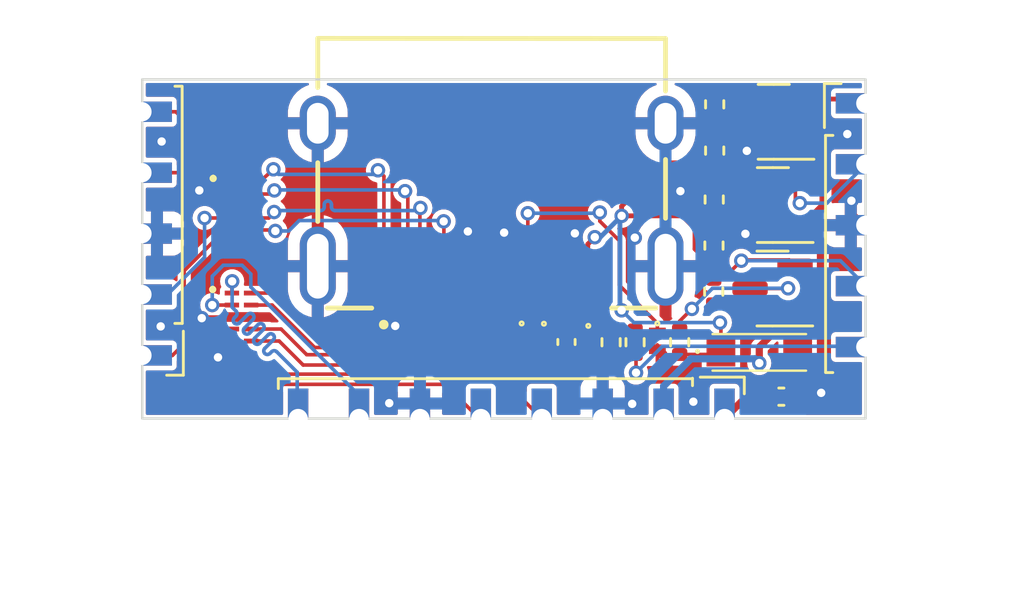
<source format=kicad_pcb>
(kicad_pcb (version 20230606) (generator pcbnew)
  (layers (0 "F.Cu" signal) (31 "B.Cu" signal) (34 "B.Paste" user) (35 "F.Paste" user) (36 "B.SilkS" user "B.Silkscreen") (37 "F.SilkS" user "F.Silkscreen") (38 "B.Mask" user) (39 "F.Mask" user) (44 "Edge.Cuts" user))
  (net 0 "")
  (net 1 "VDD_5V")
  (net 2 "GND")
  (net 3 "/HDMI 2.0 /HDMI_TX_CEC_PORT")
  (net 4 "/HDMI 2.0 /HDMI_TXDDC_SCL_PORT")
  (net 5 "/HDMI 2.0 /HDMI_TXDDC_SDA_PORT")
  (net 6 "/HDMI 2.0 /HDMI_TX_HPD_PORT")
  (net 7 "+3V3")
  (net 8 "/HDMI 2.0 /HDMI_TX2P_PORT")
  (net 9 "/HDMI 2.0 /HDMI_TX2N_PORT")
  (net 10 "/HDMI 2.0 /HDMI_TX1P_PORT")
  (net 11 "/HDMI 2.0 /HDMI_TX1N_PORT")
  (net 12 "/HDMI 2.0 /HDMI_TX0P_PORT")
  (net 13 "/HDMI 2.0 /HDMI_TX0N_PORT")
  (net 14 "Net-(J2-D0+)")
  (net 15 "Net-(J2-D0-)")
  (net 16 "Net-(J2-CK+)")
  (net 17 "Net-(J2-CK-)")
  (net 19 "VCC5V__HDMI_TX")
  (net 20 "/HDMI 2.0 /HDMI_TXCLKP_PORT")
  (net 21 "/HDMI 2.0 /HDMI_TXCLKN_PORT")
  (net 22 "/HDMI 2.0 /HDMITX_SCL")
  (net 23 "/HDMI 2.0 /HDMITX_SDA")
  (net 24 "/HDMI 2.0 /HDMITX_CEC_M0")
  (net 25 "/HDMI 2.0 /HDMI_TX_HPDIN")
  (net 26 "/HDMI 2.0 /HDMITXDDC_SDA_PORT")
  (net 27 "/HDMI 2.0 /HDMITXDDC_SCL_PORT")
  (net 28 "Net-(J2-D2+)")
  (net 29 "Net-(J2-D2-)")
  (net 30 "Net-(J2-D1+)")
  (net 31 "Net-(J2-D1-)")
  (footprint "HDMI 2.0 TX:B5819W" (layer "F.Cu") (at 129.52 57.26)
    (property "Reference" "D1" (at 1.44 0.04 0 unlocked) (layer "B.SilkS") (effects (font (size 0.5 0.5) (thickness 0.1) bold) (justify mirror)))
    (property "Value" "B5819W" hide)
    (pad "1" smd rect (at 0 0 270) (size 1.2 1.2) (property pad_prop_castellated) (layers "F.Cu" "F.Paste" "F.Mask") (net 19 "VCC5V__HDMI_TX"))
    (pad "2" smd rect (at 3.2 0 270) (size 1.2 1.2) (property pad_prop_castellated) (layers "F.Cu" "F.Paste" "F.Mask") (net 1 "VDD_5V"))
  )
  (footprint "Resistor_SMD:R_0402_1005Metric" (layer "F.Cu") (at 129.26 48.86 90)
    (property "Reference" "R6" (at 0.03 -0.01 90) (layer "B.SilkS") (effects (font (size 0.5 0.5) (thickness 0.1) bold) (justify mirror)))
    (property "Value" "1.8K" hide)
    (pad "1" smd roundrect (at -0.51 0 90) (size 0.54 0.64) (layers "F.Cu" "F.Paste" "F.Mask") (net 19 "VCC5V__HDMI_TX"))
    (pad "2" smd roundrect (at 0.51 0 90) (size 0.54 0.64) (layers "F.Cu" "F.Paste" "F.Mask") (net 27 "/HDMI 2.0 /HDMITXDDC_SCL_PORT"))
  )
  (footprint "Resistor_SMD:R_0402_1005Metric" (layer "F.Cu") (at 129.24 50.9 90)
    (property "Reference" "R1" (at -0.05 -0.01 90) (layer "B.SilkS") (effects (font (size 0.5 0.5) (thickness 0.1) bold) (justify mirror)))
    (property "Value" "10K" hide)
    (pad "1" smd roundrect (at -0.51 0 90) (size 0.54 0.64) (layers "F.Cu" "F.Paste" "F.Mask") (net 7 "+3V3"))
    (pad "2" smd roundrect (at 0.51 0 90) (size 0.54 0.64) (layers "F.Cu" "F.Paste" "F.Mask") (net 23 "/HDMI 2.0 /HDMITX_SDA"))
  )
  (footprint "Package_TO_SOT_SMD:SOT-23" (layer "F.Cu") (at 131.7225 47.66 180)
    (property "Reference" "Q2" (at 0.1525 -0.02 180) (layer "B.SilkS") (effects (font (size 0.5 0.5) (thickness 0.1) bold) (justify mirror)))
    (property "Value" "BSS138" hide)
    (pad "1" smd roundrect (at -0.9375 -0.95 180) (size 1.475 0.6) (layers "F.Cu" "F.Paste" "F.Mask") (net 7 "+3V3"))
    (pad "2" smd roundrect (at -0.9375 0.95 180) (size 1.475 0.6) (layers "F.Cu" "F.Paste" "F.Mask") (net 22 "/HDMI 2.0 /HDMITX_SCL"))
    (pad "3" smd roundrect (at 0.9375 0 180) (size 1.475 0.6) (layers "F.Cu" "F.Paste" "F.Mask") (net 27 "/HDMI 2.0 /HDMITXDDC_SCL_PORT"))
  )
  (footprint "Resistor_SMD:R_0402_1005Metric" (layer "F.Cu") (at 124.94 56.85 90)
    (property "Reference" "R8" (at -0.04 0.02 90) (layer "B.SilkS") (effects (font (size 0.5 0.5) (thickness 0.1) bold) (justify mirror)))
    (property "Value" "100K" hide)
    (pad "1" smd roundrect (at -0.51 0 90) (size 0.54 0.64) (layers "F.Cu" "F.Paste" "F.Mask") (net 2 "GND"))
    (pad "2" smd roundrect (at 0.51 0 90) (size 0.54 0.64) (layers "F.Cu" "F.Paste" "F.Mask") (net 6 "/HDMI 2.0 /HDMI_TX_HPD_PORT"))
  )
  (footprint "HDMI 2.0 TX:Castelled 5" (layer "F.Cu") (at 135.56 59.59 -90)
    (property "Reference" "J4" (at -0.88 0.53 0 unlocked) (layer "F.SilkS") (effects (font (size 0.5 0.5) (thickness 0.1) bold)))
    (property "Value" "Conn_01x05_Socket" hide)
    (pad "1" thru_hole rect (at -12.7 0 180) (size 1.25 0.85) (drill 0.8 (offset 0.625 0)) (property pad_prop_castellated) (layers "*.Cu" "*.Mask") (net 22 "/HDMI 2.0 /HDMITX_SCL"))
    (pad "2" thru_hole rect (at -10.16 0 180) (size 1.25 0.85) (drill 0.8 (offset 0.625 0)) (property pad_prop_castellated) (layers "*.Cu" "*.Mask") (net 23 "/HDMI 2.0 /HDMITX_SDA"))
    (pad "3" thru_hole rect (at -7.62 0 180) (size 1.25 0.85) (drill 0.8 (offset 0.625 0)) (property pad_prop_castellated) (layers "*.Cu" "*.Mask") (net 2 "GND"))
    (pad "4" thru_hole rect (at -5.08 0 180) (size 1.25 0.85) (drill 0.8 (offset 0.625 0)) (property pad_prop_castellated) (layers "*.Cu" "*.Mask") (net 24 "/HDMI 2.0 /HDMITX_CEC_M0"))
    (pad "5" thru_hole rect (at -2.54 0 180) (size 1.25 0.85) (drill 0.8 (offset 0.625 0)) (property pad_prop_castellated) (layers "*.Cu" "*.Mask") (net 25 "/HDMI 2.0 /HDMI_TX_HPDIN"))
  )
  (footprint "Resistor_SMD:R_0402_1005Metric" (layer "F.Cu") (at 129.22 54.74 90)
    (property "Reference" "R3" (at 0.06 0.01 -90) (layer "B.SilkS") (effects (font (size 0.5 0.5) (thickness 0.1) bold) (justify mirror)))
    (property "Value" "27K" hide)
    (pad "1" smd roundrect (at -0.51 0 90) (size 0.54 0.64) (layers "F.Cu" "F.Paste" "F.Mask") (net 7 "+3V3"))
    (pad "2" smd roundrect (at 0.51 0 90) (size 0.54 0.64) (layers "F.Cu" "F.Paste" "F.Mask") (net 24 "/HDMI 2.0 /HDMITX_CEC_M0"))
  )
  (footprint "HDMI 2.0 TX:HDMI 19PIN" (layer "F.Cu") (at 127.21 53.68 180)
    (property "Reference" "J2" (at 16.57 7.08 0 unlocked) (layer "F.SilkS") (effects (font (size 0.5 0.5) (thickness 0.1) bold)))
    (property "Value" "SHOU HAN HDMI 19 PIN 043" hide)
    (pad "1" smd rect (at 11.75 -0.76 180) (size 0.3 2.6) (layers "F.Cu" "F.Paste" "F.Mask") (net 28 "Net-(J2-D2+)"))
    (pad "2" smd rect (at 11.25 -0.76 180) (size 0.3 2.6) (layers "F.Cu" "F.Paste" "F.Mask") (net 2 "GND"))
    (pad "3" smd rect (at 10.75 -0.76 180) (size 0.3 2.6) (layers "F.Cu" "F.Paste" "F.Mask") (net 29 "Net-(J2-D2-)"))
    (pad "4" smd rect (at 10.25 -0.76 180) (size 0.3 2.6) (layers "F.Cu" "F.Paste" "F.Mask") (net 30 "Net-(J2-D1+)"))
    (pad "5" smd rect (at 9.75 -0.76 180) (size 0.3 2.6) (layers "F.Cu" "F.Paste" "F.Mask") (net 2 "GND"))
    (pad "6" smd rect (at 9.25 -0.76 180) (size 0.3 2.6) (layers "F.Cu" "F.Paste" "F.Mask") (net 31 "Net-(J2-D1-)"))
    (pad "7" smd rect (at 8.75 -0.76 180) (size 0.3 2.6) (layers "F.Cu" "F.Paste" "F.Mask") (net 14 "Net-(J2-D0+)"))
    (pad "8" smd rect (at 8.25 -0.76 180) (size 0.3 2.6) (layers "F.Cu" "F.Paste" "F.Mask") (net 2 "GND"))
    (pad "9" smd rect (at 7.75 -0.76 180) (size 0.3 2.6) (layers "F.Cu" "F.Paste" "F.Mask") (net 15 "Net-(J2-D0-)"))
    (pad "10" smd rect (at 7.25 -0.76 180) (size 0.3 2.6) (layers "F.Cu" "F.Paste" "F.Mask") (net 16 "Net-(J2-CK+)"))
    (pad "11" smd rect (at 6.75 -0.76 180) (size 0.3 2.6) (layers "F.Cu" "F.Paste" "F.Mask") (net 2 "GND"))
    (pad "12" smd rect (at 6.25 -0.76 180) (size 0.3 2.6) (layers "F.Cu" "F.Paste" "F.Mask") (net 17 "Net-(J2-CK-)"))
    (pad "13" smd rect (at 5.75 -0.76 180) (size 0.3 2.6) (layers "F.Cu" "F.Paste" "F.Mask") (net 3 "/HDMI 2.0 /HDMI_TX_CEC_PORT"))
    (pad "14" smd rect (at 5.25 -0.76 180) (size 0.3 2.6) (layers "F.Cu" "F.Paste" "F.Mask"))
    (pad "15" smd rect (at 4.75 -0.76 180) (size 0.3 2.6) (layers "F.Cu" "F.Paste" "F.Mask") (net 4 "/HDMI 2.0 /HDMI_TXDDC_SCL_PORT"))
    (pad "16" smd rect (at 4.25 -0.76 180) (size 0.3 2.6) (layers "F.Cu" "F.Paste" "F.Mask") (net 5 "/HDMI 2.0 /HDMI_TXDDC_SDA_PORT"))
    (pad "17" smd rect (at 3.75 -0.76 180) (size 0.3 2.6) (layers "F.Cu" "F.Paste" "F.Mask") (net 2 "GND"))
    (pad "18" smd rect (at 3.25 -0.76 180) (size 0.3 2.6) (layers "F.Cu" "F.Paste" "F.Mask") (net 19 "VCC5V__HDMI_TX"))
    (pad "19" smd rect (at 2.75 -0.76 180) (size 0.3 2.6) (layers "F.Cu" "F.Paste" "F.Mask") (net 6 "/HDMI 2.0 /HDMI_TX_HPD_PORT"))
    (pad "SH" thru_hole oval (at 0 0) (size 1.5 3.3) (drill oval 0.9 2.7) (layers "*.Cu" "*.Mask") (net 2 "GND"))
    (pad "SH" thru_hole oval (at 0 5.96) (size 1.5 2.3) (drill oval 0.9 1.7) (layers "*.Cu" "*.Mask") (net 2 "GND"))
    (pad "SH" thru_hole oval (at 14.5 0) (size 1.5 3.3) (drill oval 0.9 2.7) (layers "*.Cu" "*.Mask") (net 2 "GND"))
    (pad "SH" thru_hole oval (at 14.5 5.96) (size 1.5 2.3) (drill oval 0.9 1.7) (layers "*.Cu" "*.Mask") (net 2 "GND"))
  )
  (footprint "HDMI 2.0 TX:ESD5344D" (layer "F.Cu") (at 105.075 51.17 -90)
    (property "Reference" "U1" (at -2.63 -4.405 0 unlocked) (layer "F.SilkS") (effects (font (size 0.5 0.5) (thickness 0.1) bold)))
    (property "Value" "ESD5344D" hide)
    (pad "1" smd rect (at -1 -4.075 270) (size 0.2 0.6) (layers "F.Cu" "F.Paste" "F.Mask") (net 8 "/HDMI 2.0 /HDMI_TX2P_PORT"))
    (pad "2" smd rect (at -0.5 -4.075 270) (size 0.2 0.6) (layers "F.Cu" "F.Paste" "F.Mask") (net 9 "/HDMI 2.0 /HDMI_TX2N_PORT"))
    (pad "3" smd rect (at 0 -4.475 270) (size 0.4 1.4) (layers "F.Cu" "F.Paste" "F.Mask") (net 2 "GND"))
    (pad "4" smd rect (at 0.5 -4.075 270) (size 0.2 0.6) (layers "F.Cu" "F.Paste" "F.Mask") (net 10 "/HDMI 2.0 /HDMI_TX1P_PORT"))
    (pad "5" smd rect (at 1 -4.075 270) (size 0.2 0.6) (layers "F.Cu" "F.Paste" "F.Mask") (net 11 "/HDMI 2.0 /HDMI_TX1N_PORT"))
    (pad "6" smd rect (at 1 -4.875 270) (size 0.2 0.6) (layers "F.Cu" "F.Paste" "F.Mask") (net 31 "Net-(J2-D1-)"))
    (pad "7" smd rect (at 0.5 -4.875 270) (size 0.2 0.6) (layers "F.Cu" "F.Paste" "F.Mask") (net 30 "Net-(J2-D1+)"))
    (pad "9" smd rect (at -0.5 -4.875 270) (size 0.2 0.6) (layers "F.Cu" "F.Paste" "F.Mask") (net 29 "Net-(J2-D2-)"))
    (pad "10" smd rect (at -1 -4.875 270) (size 0.2 0.6) (layers "F.Cu" "F.Paste" "F.Mask") (net 28 "Net-(J2-D2+)"))
  )
  (footprint "HDMI 2.0 TX:Castelled 5" (layer "F.Cu") (at 105.38 44.7 90)
    (property "Reference" "J3" (at -1.68 2.3 0 unlocked) (layer "F.SilkS") (effects (font (size 0.5 0.5) (thickness 0.1) bold)))
    (property "Value" "Conn_01x05_Socket" hide)
    (pad "1" thru_hole rect (at -12.7 0) (size 1.25 0.85) (drill 0.8 (offset 0.625 0)) (property pad_prop_castellated) (layers "*.Cu" "*.Mask") (net 11 "/HDMI 2.0 /HDMI_TX1N_PORT"))
    (pad "2" thru_hole rect (at -10.16 0) (size 1.25 0.85) (drill 0.8 (offset 0.625 0)) (property pad_prop_castellated) (layers "*.Cu" "*.Mask") (net 10 "/HDMI 2.0 /HDMI_TX1P_PORT"))
    (pad "3" thru_hole rect (at -7.62 0) (size 1.25 0.85) (drill 0.8 (offset 0.625 0)) (property pad_prop_castellated) (layers "*.Cu" "*.Mask") (net 2 "GND"))
    (pad "4" thru_hole rect (at -5.08 0) (size 1.25 0.85) (drill 0.8 (offset 0.625 0)) (property pad_prop_castellated) (layers "*.Cu" "*.Mask") (net 9 "/HDMI 2.0 /HDMI_TX2N_PORT"))
    (pad "5" thru_hole rect (at -2.54 0) (size 1.25 0.85) (drill 0.8 (offset 0.625 0)) (property pad_prop_castellated) (layers "*.Cu" "*.Mask") (net 8 "/HDMI 2.0 /HDMI_TX2P_PORT"))
  )
  (footprint "HDMI 2.0 TX:ESD5344D" (layer "F.Cu") (at 105.055 55.8 -90)
    (property "Reference" "U2" (at -2.18 -4.395 0 unlocked) (layer "F.SilkS") (effects (font (size 0.5 0.5) (thickness 0.1) bold)))
    (property "Value" "ESD5344D" hide)
    (pad "1" smd rect (at -1 -4.075 270) (size 0.2 0.6) (layers "F.Cu" "F.Paste" "F.Mask") (net 12 "/HDMI 2.0 /HDMI_TX0P_PORT"))
    (pad "2" smd rect (at -0.5 -4.075 270) (size 0.2 0.6) (layers "F.Cu" "F.Paste" "F.Mask") (net 13 "/HDMI 2.0 /HDMI_TX0N_PORT"))
    (pad "3" smd rect (at 0 -4.475 270) (size 0.4 1.4) (layers "F.Cu" "F.Paste" "F.Mask") (net 2 "GND"))
    (pad "4" smd rect (at 0.5 -4.075 270) (size 0.2 0.6) (layers "F.Cu" "F.Paste" "F.Mask") (net 20 "/HDMI 2.0 /HDMI_TXCLKP_PORT"))
    (pad "5" smd rect (at 1 -4.075 270) (size 0.2 0.6) (layers "F.Cu" "F.Paste" "F.Mask") (net 21 "/HDMI 2.0 /HDMI_TXCLKN_PORT"))
    (pad "6" smd rect (at 1 -4.875 270) (size 0.2 0.6) (layers "F.Cu" "F.Paste" "F.Mask") (net 17 "Net-(J2-CK-)"))
    (pad "7" smd rect (at 0.5 -4.875 270) (size 0.2 0.6) (layers "F.Cu" "F.Paste" "F.Mask") (net 16 "Net-(J2-CK+)"))
    (pad "9" smd rect (at -0.5 -4.875 270) (size 0.2 0.6) (layers "F.Cu" "F.Paste" "F.Mask") (net 15 "Net-(J2-D0-)"))
    (pad "10" smd rect (at -1 -4.875 270) (size 0.2 0.6) (layers "F.Cu" "F.Paste" "F.Mask") (net 14 "Net-(J2-D0+)"))
  )
  (footprint "HDMI 2.0 TX:ESD5451N" (layer "F.Cu") (at 122.14 56.4525 -90)
    (property "Reference" "ED3" (at 0.3275 -0.04 90 unlocked) (layer "B.SilkS") (effects (font (size 0.5 0.5) (thickness 0.1) bold) (justify mirror)))
    (property "Value" "ED5451N" hide)
    (pad "1" smd rect (at 0 0 180) (size 0.7 0.4) (layers "F.Cu" "F.Paste" "F.Mask") (net 5 "/HDMI 2.0 /HDMI_TXDDC_SDA_PORT"))
    (pad "2" smd rect (at 0.7 0) (size 0.7 0.4) (layers "F.Cu" "F.Paste" "F.Mask") (net 2 "GND"))
  )
  (footprint "HDMI 2.0 TX:ESD5451N" (layer "F.Cu") (at 121.21 56.4425 -90)
    (property "Reference" "ED2" (at 0.3475 0.01 90 unlocked) (layer "B.SilkS") (effects (font (size 0.5 0.5) (thickness 0.1) bold) (justify mirror)))
    (property "Value" "ED5451N" hide)
    (pad "1" smd rect (at 0 0 180) (size 0.7 0.4) (layers "F.Cu" "F.Paste" "F.Mask") (net 4 "/HDMI 2.0 /HDMI_TXDDC_SCL_PORT"))
    (pad "2" smd rect (at 0.7 0) (size 0.7 0.4) (layers "F.Cu" "F.Paste" "F.Mask") (net 2 "GND"))
  )
  (footprint "Package_TO_SOT_SMD:SOT-23" (layer "F.Cu") (at 131.6725 54.61 180)
    (property "Reference" "Q3" (at -0.0075 0.02 180) (layer "B.SilkS") (effects (font (size 0.5 0.5) (thickness 0.1) bold) (justify mirror)))
    (property "Value" "BSS138" hide)
    (pad "1" smd roundrect (at -0.9375 -0.95 180) (size 1.475 0.6) (layers "F.Cu" "F.Paste" "F.Mask") (net 7 "+3V3"))
    (pad "2" smd roundrect (at -0.9375 0.95 180) (size 1.475 0.6) (layers "F.Cu" "F.Paste" "F.Mask") (net 24 "/HDMI 2.0 /HDMITX_CEC_M0"))
    (pad "3" smd roundrect (at 0.9375 0 180) (size 1.475 0.6) (layers "F.Cu" "F.Paste" "F.Mask") (net 3 "/HDMI 2.0 /HDMI_TX_CEC_PORT"))
  )
  (footprint "Resistor_SMD:R_0402_1005Metric" (layer "F.Cu") (at 129.26 46.93 90)
    (property "Reference" "R2" (at 0.08 0.09 90) (layer "B.SilkS") (effects (font (size 0.5 0.5) (thickness 0.1) bold) (justify mirror)))
    (property "Value" "10K" hide)
    (pad "1" smd roundrect (at -0.51 0 90) (size 0.54 0.64) (layers "F.Cu" "F.Paste" "F.Mask") (net 7 "+3V3"))
    (pad "2" smd roundrect (at 0.51 0 90) (size 0.54 0.64) (layers "F.Cu" "F.Paste" "F.Mask") (net 22 "/HDMI 2.0 /HDMITX_SCL"))
  )
  (footprint "HDMI 2.0 TX:castelled 8" (layer "F.Cu") (at 111.89 60.03 180)
    (property "Reference" "J1" (at -0.19 2.21 0 unlocked) (layer "F.SilkS") (effects (font (size 0.5 0.5) (thickness 0.1))))
    (property "Value" "Conn_01x08_Socket" hide)
    (pad "1" thru_hole rect (at -17.78 0 90) (size 1.25 0.85) (drill 0.8 (offset 0.625 0)) (property pad_prop_castellated) (layers "*.Cu" "*.Mask") (net 1 "VDD_5V"))
    (pad "2" thru_hole rect (at -15.24 0 90) (size 1.25 0.85) (drill 0.8 (offset 0.625 0)) (property pad_prop_castellated) (layers "*.Cu" "*.Mask") (net 7 "+3V3"))
    (pad "3" thru_hole rect (at -12.7 0 90) (size 1.25 0.85) (drill 0.8 (offset 0.625 0)) (property pad_prop_castellated) (layers "*.Cu" "*.Mask") (net 2 "GND"))
    (pad "4" thru_hole rect (at -10.16 0 90) (size 1.25 0.85) (drill 0.8 (offset 0.625 0)) (property pad_prop_castellated) (layers "*.Cu" "*.Mask") (net 21 "/HDMI 2.0 /HDMI_TXCLKN_PORT"))
    (pad "5" thru_hole rect (at -7.62 0 90) (size 1.25 0.85) (drill 0.8 (offset 0.625 0)) (property pad_prop_castellated) (layers "*.Cu" "*.Mask") (net 20 "/HDMI 2.0 /HDMI_TXCLKP_PORT"))
    (pad "6" thru_hole rect (at -5.08 0 90) (size 1.25 0.85) (drill 0.8 (offset 0.625 0)) (property pad_prop_castellated) (layers "*.Cu" "*.Mask") (net 2 "GND"))
    (pad "7" thru_hole rect (at -2.54 0 90) (size 1.25 0.85) (drill 0.8 (offset 0.625 0)) (property pad_prop_castellated) (layers "*.Cu" "*.Mask") (net 13 "/HDMI 2.0 /HDMI_TX0N_PORT"))
    (pad "8" thru_hole rect (at 0 0 90) (size 1.25 0.85) (drill 0.8 (offset 0.625 0)) (property pad_prop_castellated) (layers "*.Cu" "*.Mask") (net 12 "/HDMI 2.0 /HDMI_TX0P_PORT"))
  )
  (footprint "Capacitor_SMD:C_0402_1005Metric" (layer "F.Cu") (at 132.04 59.12)
    (property "Reference" "C1" (at 1.51 -0.05 0) (layer "F.SilkS") (effects (font (size 0.5 0.5) (thickness 0.1) bold)))
    (property "Value" "22uF" hide)
    (pad "1" smd roundrect (at -0.48 0) (size 0.56 0.62) (layers "F.Cu" "F.Paste" "F.Mask") (net 1 "VDD_5V"))
    (pad "2" smd roundrect (at 0.48 0) (size 0.56 0.62) (layers "F.Cu" "F.Paste" "F.Mask") (net 2 "GND"))
  )
  (footprint "HDMI 2.0 TX:ESD5451N" (layer "F.Cu") (at 126.87 56.4425 -90)
    (property "Reference" "ED1" (at 0.5375 -0.03 90 unlocked) (layer "B.SilkS") (effects (font (size 0.5 0.5) (thickness 0.1) bold) (justify mirror)))
    (property "Value" "ED5451N" hide)
    (pad "1" smd rect (at 0 0 180) (size 0.7 0.4) (layers "F.Cu" "F.Paste" "F.Mask") (net 3 "/HDMI 2.0 /HDMI_TX_CEC_PORT"))
    (pad "2" smd rect (at 0.7 0) (size 0.7 0.4) (layers "F.Cu" "F.Paste" "F.Mask") (net 2 "GND"))
  )
  (footprint "Capacitor_SMD:C_0402_1005Metric" (layer "F.Cu") (at 123.08 56.84 -90)
    (property "Reference" "C2" (at 0 -0.01 90) (layer "B.SilkS") (effects (font (size 0.5 0.5) (thickness 0.1) bold) (justify mirror)))
    (property "Value" "0.1uF" hide)
    (pad "1" smd roundrect (at -0.48 0 270) (size 0.56 0.62) (layers "F.Cu" "F.Paste" "F.Mask") (net 19 "VCC5V__HDMI_TX"))
    (pad "2" smd roundrect (at 0.48 0 270) (size 0.56 0.62) (layers "F.Cu" "F.Paste" "F.Mask") (net 2 "GND"))
  )
  (footprint "Resistor_SMD:R_0402_1005Metric" (layer "F.Cu") (at 125.94 56.85 90)
    (property "Reference" "R4" (at -0.11 0.04 -90) (layer "B.SilkS") (effects (font (size 0.5 0.5) (thickness 0.1) bold) (justify mirror)))
    (property "Value" "1K %5" hide)
    (pad "1" smd roundrect (at -0.51 0 90) (size 0.54 0.64) (layers "F.Cu" "F.Paste" "F.Mask") (net 25 "/HDMI 2.0 /HDMI_TX_HPDIN"))
    (pad "2" smd roundrect (at 0.51 0 90) (size 0.54 0.64) (layers "F.Cu" "F.Paste" "F.Mask") (net 6 "/HDMI 2.0 /HDMI_TX_HPD_PORT"))
  )
  (footprint "Resistor_SMD:R_0402_1005Metric" (layer "F.Cu") (at 129.23 52.82 90)
    (property "Reference" "R5" (at 0.06 0.02 -90) (layer "B.SilkS") (effects (font (size 0.5 0.5) (thickness 0.1) bold) (justify mirror)))
    (property "Value" "1.8K" hide)
    (pad "1" smd roundrect (at -0.51 0 90) (size 0.54 0.64) (layers "F.Cu" "F.Paste" "F.Mask") (net 19 "VCC5V__HDMI_TX"))
    (pad "2" smd roundrect (at 0.51 0 90) (size 0.54 0.64) (layers "F.Cu" "F.Paste" "F.Mask") (net 26 "/HDMI 2.0 /HDMITXDDC_SDA_PORT"))
  )
  (footprint "Resistor_SMD:R_0402_1005Metric" (layer "F.Cu") (at 127.8 56.85 90)
    (property "Reference" "R7" (at -0.19 0.02 -90) (layer "B.SilkS") (effects (font (size 0.5 0.5) (thickness 0.1) bold) (justify mirror)))
    (property "Value" "1.8K" hide)
    (pad "1" smd roundrect (at -0.51 0 90) (size 0.54 0.64) (layers "F.Cu" "F.Paste" "F.Mask") (net 19 "VCC5V__HDMI_TX"))
    (pad "2" smd roundrect (at 0.51 0 90) (size 0.54 0.64) (layers "F.Cu" "F.Paste" "F.Mask") (net 3 "/HDMI 2.0 /HDMI_TX_CEC_PORT"))
  )
  (footprint "Package_TO_SOT_SMD:SOT-23" (layer "F.Cu") (at 131.6875 51.13 180)
    (property "Reference" "Q1" (at 0.0975 -0.06 180) (layer "B.SilkS") (effects (font (size 0.5 0.5) (thickness 0.1) bold) (justify mirror)))
    (property "Value" "BSS138" hide)
    (pad "1" smd roundrect (at -0.9375 -0.95 180) (size 1.475 0.6) (layers "F.Cu" "F.Paste" "F.Mask") (net 7 "+3V3"))
    (pad "2" smd roundrect (at -0.9375 0.95 180) (size 1.475 0.6) (layers "F.Cu" "F.Paste" "F.Mask") (net 23 "/HDMI 2.0 /HDMITX_SDA"))
    (pad "3" smd roundrect (at 0.9375 0 180) (size 1.475 0.6) (layers "F.Cu" "F.Paste" "F.Mask") (net 26 "/HDMI 2.0 /HDMITXDDC_SDA_PORT"))
  )
  (footprint "HDMI 2.0 TX:ESD5451N" (layer "F.Cu") (at 123.99 56.5425 -90)
    (property "Reference" "ED4" (at 0.3675 -0.04 90 unlocked) (layer "B.SilkS") (effects (font (size 0.5 0.5) (thickness 0.1) bold) (justify mirror)))
    (property "Value" "ED5451N" hide)
    (pad "1" smd rect (at 0 0 180) (size 0.7 0.4) (layers "F.Cu" "F.Paste" "F.Mask") (net 6 "/HDMI 2.0 /HDMI_TX_HPD_PORT"))
    (pad "2" smd rect (at 0.7 0) (size 0.7 0.4) (layers "F.Cu" "F.Paste" "F.Mask") (net 2 "GND"))
  )
  (gr_rect (start 105.39 45.89) (end 135.55 60.03) (stroke (width 0.1)) (fill none) (layer "Edge.Cuts"))
  (segment (start 131.51 59.17) (end 131.56 59.12) (width 0.3) (layer "F.Cu") (net 1))
  (segment (start 131.56 58.86) (end 132.62 57.8) (width 0.3) (layer "F.Cu") (net 1))
  (segment (start 130.53 59.17) (end 131.51 59.17) (width 0.3) (layer "F.Cu") (net 1))
  (segment (start 131.56 59.12) (end 131.56 58.86) (width 0.3) (layer "F.Cu") (net 1))
  (segment (start 129.64 60.06) (end 130.53 59.17) (width 0.3) (layer "F.Cu") (net 1))
  (segment (start 134.96 50.95) (end 134.96 51.37) (width 0.15) (layer "F.Cu") (net 2))
  (segment (start 120.48 52.36) (end 120.48 52.28) (width 0.15) (layer "F.Cu") (net 2))
  (segment (start 115.94 56.17) (end 117.28 56.17) (width 0.15) (layer "F.Cu") (net 2))
  (segment (start 124.8225 57.2425) (end 124.94 57.36) (width 0.15) (layer "F.Cu") (net 2))
  (segment (start 123.9125 57.32) (end 123.99 57.2425) (width 0.15) (layer "F.Cu") (net 2))
  (segment (start 120.46875 54.435) (end 120.46875 52.34875) (width 0.15) (layer "F.Cu") (net 2))
  (segment (start 118.96875 52.22875) (end 118.96875 54.435) (width 0.15) (layer "F.Cu") (net 2))
  (segment (start 123.46 52.34) (end 123.46 52.44) (width 0.15) (layer "F.Cu") (net 2))
  (segment (start 115.94 54.46375) (end 115.96875 54.435) (width 0.15) (layer "F.Cu") (net 2))
  (segment (start 107.918907 55.8) (end 109.53 55.8) (width 0.15) (layer "F.Cu") (net 2))
  (segment (start 109.55 51.17) (end 108.42 51.17) (width 0.15) (layer "F.Cu") (net 2))
  (segment (start 117.28 56.17) (end 117.46875 55.98125) (width 0.15) (layer "F.Cu") (net 2))
  (segment (start 123.08 57.32) (end 123.9125 57.32) (width 0.15) (layer "F.Cu") (net 2))
  (segment (start 115.94 56.13) (end 115.94 54.46375) (width 0.15) (layer "F.Cu") (net 2))
  (segment (start 108.42 51.17) (end 107.77 50.52) (width 0.15) (layer "F.Cu") (net 2))
  (segment (start 115.94 56.17) (end 115.94 56.13) (width 0.15) (layer "F.Cu") (net 2))
  (segment (start 123.46875 52.34875) (end 123.46875 54.435) (width 0.15) (layer "F.Cu") (net 2))
  (segment (start 123.43 52.31) (end 123.46 52.34) (width 0.15) (layer "F.Cu") (net 2))
  (segment (start 120.4 52.28) (end 120.46 52.34) (width 0.15) (layer "F.Cu") (net 2))
  (segment (start 115.94 56.13) (end 115.96 56.11) (width 0.15) (layer "F.Cu") (net 2))
  (segment (start 118.96875 52.22875) (end 118.95 52.21) (width 0.15) (layer "F.Cu") (net 2))
  (segment (start 125.82 59.15) (end 126.87 58.1) (width 0.15) (layer "F.Cu") (net 2))
  (segment (start 120.46875 52.34875) (end 120.48 52.36) (width 0.15) (layer "F.Cu") (net 2))
  (segment (start 123.99 57.2425) (end 124.8225 57.2425) (width 0.15) (layer "F.Cu") (net 2))
  (segment (start 117.46875 55.98125) (end 117.46875 54.435) (width 0.15) (layer "F.Cu") (net 2))
  (segment (start 107.872837 55.84607) (end 107.918907 55.8) (width 0.15) (layer "F.Cu") (net 2))
  (segment (start 126.87 58.1) (end 126.87 57.1425) (width 0.15) (layer "F.Cu") (net 2))
  (segment (start 123.43 52.31) (end 123.46875 52.34875) (width 0.15) (layer "F.Cu") (net 2))
  (segment (start 134.96 51.37) (end 135.56 51.97) (width 0.15) (layer "F.Cu") (net 2))
  (segment (start 120.48 52.28) (end 120.4 52.28) (width 0.15) (layer "F.Cu") (net 2))
  (segment (start 125.82 59.42) (end 125.82 59.15) (width 0.15) (layer "F.Cu") (net 2))
  (via (at 130.54 52.33) (size 0.6) (drill 0.35) (layers "F.Cu" "B.Cu") (net 2))
  (via (at 128.37 59.33) (size 0.6) (drill 0.35) (layers "F.Cu" "B.Cu") (net 2))
  (via (at 123.43 52.31) (size 0.6) (drill 0.35) (layers "F.Cu" "B.Cu") (net 2))
  (via (at 134.79 48.17) (size 0.6) (drill 0.35) (layers "F.Cu" "B.Cu") (net 2))
  (via (at 108.55 57.48) (size 0.6) (drill 0.35) (layers "F.Cu" "B.Cu") (net 2))
  (via (at 107.872837 55.84607) (size 0.6) (drill 0.35) (layers "F.Cu" "B.Cu") (net 2))
  (via (at 133.7 58.96) (size 0.6) (drill 0.35) (layers "F.Cu" "B.Cu") (net 2))
  (via (at 125.93 52.49) (size 0.6) (drill 0.35) (layers "F.Cu" "B.Cu") (net 2))
  (via (at 106.16 56.19) (size 0.6) (drill 0.35) (layers "F.Cu" "B.Cu") (net 2))
  (via (at 106.2 48.48) (size 0.6) (drill 0.35) (layers "F.Cu" "B.Cu") (net 2))
  (via (at 118.96875 52.22875) (size 0.6) (drill 0.35) (layers "F.Cu" "B.Cu") (net 2))
  (via (at 107.77 50.52) (size 0.6) (drill 0.35) (layers "F.Cu" "B.Cu") (net 2))
  (via (at 127.83 50.55) (size 0.6) (drill 0.35) (layers "F.Cu" "B.Cu") (net 2))
  (via (at 134.96 50.95) (size 0.6) (drill 0.35) (layers "F.Cu" "B.Cu") (net 2))
  (via (at 115.94 56.17) (size 0.6) (drill 0.35) (layers "F.Cu" "B.Cu") (net 2))
  (via (at 125.82 59.42) (size 0.6) (drill 0.35) (layers "F.Cu" "B.Cu") (net 2))
  (via (at 115.69 59.39) (size 0.6) (drill 0.35) (layers "F.Cu" "B.Cu") (net 2))
  (via (at 130.6 48.87) (size 0.6) (drill 0.35) (layers "F.Cu" "B.Cu") (net 2))
  (via (at 120.48 52.28) (size 0.6) (drill 0.35) (layers "F.Cu" "B.Cu") (net 2))
  (segment (start 130.735 54.61) (end 132.23 54.61) (width 0.15) (layer "F.Cu") (net 3))
  (segment (start 124.47 51.44) (end 124.47 51.8) (width 0.15) (layer "F.Cu") (net 3))
  (segment (start 127.8 55.97) (end 128.31 55.46) (width 0.15) (layer "F.Cu") (net 3))
  (segment (start 125.28 52.61) (end 125.28 54.47) (width 0.15) (layer "F.Cu") (net 3))
  (segment (start 126.87 56.4425) (end 127.6975 56.4425) (width 0.15) (layer "F.Cu") (net 3))
  (segment (start 125.28 54.47) (end 126.87 56.06) (width 0.15) (layer "F.Cu") (net 3))
  (segment (start 121.46875 54.435) (end 121.46875 51.47125) (width 0.15) (layer "F.Cu") (net 3))
  (segment (start 127.8 56.34) (end 127.8 55.97) (width 0.15) (layer "F.Cu") (net 3))
  (segment (start 126.87 56.06) (end 126.87 56.4425) (width 0.15) (layer "F.Cu") (net 3))
  (segment (start 127.6975 56.4425) (end 127.8 56.34) (width 0.15) (layer "F.Cu") (net 3))
  (segment (start 132.23 54.61) (end 132.32 54.6) (width 0.15) (layer "F.Cu") (net 3))
  (segment (start 132.32 54.6) (end 132.25 54.61) (width 0.15) (layer "F.Cu") (net 3))
  (segment (start 128.31 55.46) (end 128.29 55.54) (width 0.15) (layer "F.Cu") (net 3))
  (segment (start 132.25 54.61) (end 132.24 54.61) (width 0.15) (layer "F.Cu") (net 3))
  (segment (start 124.47 51.8) (end 125.28 52.61) (width 0.15) (layer "F.Cu") (net 3))
  (via (at 124.47 51.44) (size 0.6) (drill 0.35) (layers "F.Cu" "B.Cu") (net 3))
  (via (at 132.32 54.6) (size 0.6) (drill 0.35) (layers "F.Cu" "B.Cu") (net 3))
  (via (at 121.46875 51.47125) (size 0.6) (drill 0.35) (layers "F.Cu" "B.Cu") (net 3))
  (via (at 128.31 55.46) (size 0.6) (drill 0.35) (layers "F.Cu" "B.Cu") (net 3))
  (segment (start 128.31 55.46) (end 129.17 54.6) (width 0.15) (layer "B.Cu") (net 3))
  (segment (start 124.47 51.44) (end 124.51 51.48) (width 0.15) (layer "B.Cu") (net 3))
  (segment (start 121.46875 51.47125) (end 124.41 51.47125) (width 0.15) (layer "B.Cu") (net 3))
  (segment (start 129.17 54.6) (end 132.32 54.6) (width 0.15) (layer "B.Cu") (net 3))
  (segment (start 124.47 51.44) (end 124.50125 51.47125) (width 0.15) (layer "B.Cu") (net 3))
  (segment (start 122.46 54.44) (end 122.46 55.74) (width 0.15) (layer "F.Cu") (net 4))
  (segment (start 122.46 55.74) (end 122.23 55.97) (width 0.15) (layer "F.Cu") (net 4))
  (segment (start 121.6825 55.97) (end 121.21 56.4425) (width 0.15) (layer "F.Cu") (net 4))
  (segment (start 122.23 55.97) (end 121.6825 55.97) (width 0.15) (layer "F.Cu") (net 4))
  (segment (start 122.144988 56.4525) (end 122.96875 55.628738) (width 0.15) (layer "F.Cu") (net 5))
  (segment (start 122.96875 55.628738) (end 122.96875 54.435) (width 0.15) (layer "F.Cu") (net 5))
  (segment (start 122.14 56.4525) (end 122.144988 56.4525) (width 0.15) (layer "F.Cu") (net 5))
  (segment (start 125.94 56.34) (end 124.94 56.34) (width 0.15) (layer "F.Cu") (net 6))
  (segment (start 124.46 56.0725) (end 124.46 54.44) (width 0.15) (layer "F.Cu") (net 6))
  (segment (start 123.99 56.5425) (end 124.46 56.0725) (width 0.15) (layer "F.Cu") (net 6))
  (segment (start 124.94 56.34) (end 124.7275 56.34) (width 0.15) (layer "F.Cu") (net 6))
  (segment (start 124.7275 56.34) (end 124.46 56.0725) (width 0.15) (layer "F.Cu") (net 6))
  (segment (start 132.625 52.08) (end 132.85 52.08) (width 0.3) (layer "F.Cu") (net 7))
  (segment (start 131.41 46.9) (end 132.66 48.15) (width 0.2) (layer "F.Cu") (net 7))
  (segment (start 132.61 55.56) (end 132.96 55.56) (width 0.3) (layer "F.Cu") (net 7))
  (segment (start 132.85 52.08) (end 133.78 51.15) (width 0.3) (layer "F.Cu") (net 7))
  (segment (start 132.01 51.465) (end 132.625 52.08) (width 0.2) (layer "F.Cu") (net 7))
  (segment (start 132.96 55.56) (end 133.67 54.85) (width 0.3) (layer "F.Cu") (net 7))
  (segment (start 129.24 51.41) (end 129.24 51.29) (width 0.2) (layer "F.Cu") (net 7))
  (segment (start 129.22 55.25) (end 132.3 55.25) (width 0.15) (layer "F.Cu") (net 7))
  (segment (start 133.67 54.85) (end 133.67 52.69) (width 0.3) (layer "F.Cu") (net 7))
  (segment (start 132.3 55.25) (end 132.61 55.56) (width 0.15) (layer "F.Cu") (net 7))
  (segment (start 133 48.61) (end 132.66 48.61) (width 0.3) (layer "F.Cu") (net 7))
  (segment (start 131.12 57.05) (end 132.61 55.56) (width 0.3) (layer "F.Cu") (net 7))
  (segment (start 129.24 51.29) (end 130.06 50.47) (width 0.2) (layer "F.Cu") (net 7))
  (segment (start 132.66 48.15) (end 132.66 48.61) (width 0.2) (layer "F.Cu") (net 7))
  (segment (start 133.78 51.15) (end 133.78 49.39) (width 0.3) (layer "F.Cu") (net 7))
  (segment (start 131.12 57.72) (end 131.12 57.05) (width 0.3) (layer "F.Cu") (net 7))
  (segment (start 129.8 46.9) (end 131.41 46.9) (width 0.2) (layer "F.Cu") (net 7))
  (segment (start 133.67 52.69) (end 133.06 52.08) (width 0.3) (layer "F.Cu") (net 7))
  (segment (start 129.26 47.44) (end 129.8 46.9) (width 0.2) (layer "F.Cu") (net 7))
  (segment (start 131.55 50.47) (end 132.01 50.93) (width 0.2) (layer "F.Cu") (net 7))
  (segment (start 133.06 52.08) (end 132.625 52.08) (width 0.3) (layer "F.Cu") (net 7))
  (segment (start 133.78 49.39) (end 133 48.61) (width 0.3) (layer "F.Cu") (net 7))
  (segment (start 132.01 50.93) (end 132.01 51.465) (width 0.2) (layer "F.Cu") (net 7))
  (segment (start 130.06 50.47) (end 131.55 50.47) (width 0.2) (layer "F.Cu") (net 7))
  (via (at 131.12 57.72) (size 0.6) (drill 0.35) (layers "F.Cu" "B.Cu") (net 7))
  (segment (start 127.13 58.68) (end 127.13 60.03) (width 0.3) (layer "B.Cu") (net 7))
  (segment (start 128.27 57.54) (end 127.13 58.68) (width 0.3) (layer "B.Cu") (net 7))
  (segment (start 131.12 57.72) (end 130.94 57.54) (width 0.3) (layer "B.Cu") (net 7))
  (segment (start 130.94 57.54) (end 128.27 57.54) (width 0.3) (layer "B.Cu") (net 7))
  (segment (start 108.88 50.17) (end 108.56 49.85) (width 0.15) (layer "F.Cu") (net 8))
  (segment (start 109.15 50.17) (end 108.88 50.17) (width 0.15) (layer "F.Cu") (net 8))
  (segment (start 108.56 49.01) (end 106.79 47.24) (width 0.15) (layer "F.Cu") (net 8))
  (segment (start 108.56 49.85) (end 108.56 49.01) (width 0.15) (layer "F.Cu") (net 8))
  (segment (start 106.79 47.24) (end 105.38 47.24) (width 0.15) (layer "F.Cu") (net 8))
  (segment (start 109.15 50.67) (end 108.8 50.67) (width 0.15) (layer "F.Cu") (net 9))
  (segment (start 107.91 49.78) (end 105.38 49.78) (width 0.15) (layer "F.Cu") (net 9))
  (segment (start 108.8 50.67) (end 107.91 49.78) (width 0.15) (layer "F.Cu") (net 9))
  (segment (start 107.99 51.67) (end 108.05 51.67) (width 0.15) (layer "F.Cu") (net 10))
  (segment (start 109.15 51.67) (end 107.99 51.67) (width 0.15) (layer "F.Cu") (net 10))
  (via (at 107.99 51.67) (size 0.6) (drill 0.35) (layers "F.Cu" "B.Cu") (net 10))
  (segment (start 106.44 54.86) (end 107.99 53.31) (width 0.15) (layer "B.Cu") (net 10))
  (segment (start 107.99 53.31) (end 107.99 51.67) (width 0.15) (layer "B.Cu") (net 10))
  (segment (start 105.38 54.86) (end 106.44 54.86) (width 0.15) (layer "B.Cu") (net 10))
  (segment (start 107.14 53.87) (end 108.84 52.17) (width 0.15) (layer "F.Cu") (net 11))
  (segment (start 106.65 57.4) (end 107.14 56.91) (width 0.15) (layer "F.Cu") (net 11))
  (segment (start 107.14 56.91) (end 107.14 53.87) (width 0.15) (layer "F.Cu") (net 11))
  (segment (start 108.84 52.17) (end 109.15 52.17) (width 0.15) (layer "F.Cu") (net 11))
  (segment (start 105.38 57.4) (end 106.65 57.4) (width 0.15) (layer "F.Cu") (net 11))
  (segment (start 109.13 54.32) (end 109.13 54.8) (width 0.15) (layer "F.Cu") (net 12))
  (segment (start 109.14 54.31) (end 109.13 54.32) (width 0.15) (layer "F.Cu") (net 12))
  (via (at 109.14 54.31) (size 0.6) (drill 0.35) (layers "F.Cu" "B.Cu") (net 12))
  (segment (start 109.865684 56.469235) (end 109.865683 56.469236) (width 0.15) (layer "B.Cu") (net 12))
  (segment (start 109.441422 56.044973) (end 109.441421 56.044974) (width 0.15) (layer "B.Cu") (net 12))
  (segment (start 109.14 54.31) (end 109.14 55.39) (width 0.15) (layer "B.Cu") (net 12))
  (segment (start 110.85563 56.752077) (end 110.502075 57.105628) (width 0.15) (layer "B.Cu") (net 12))
  (segment (start 109.14 55.39) (end 109.3 55.55) (width 0.15) (layer "B.Cu") (net 12))
  (segment (start 111.8525 58.1025) (end 111.8525 60.052627) (width 0.15) (layer "B.Cu") (net 12))
  (segment (start 110.007105 55.903554) (end 110.007106 55.903553) (width 0.15) (layer "B.Cu") (net 12))
  (segment (start 109.865683 56.469236) (end 110.219234 56.115681) (width 0.15) (layer "B.Cu") (net 12))
  (segment (start 110.431367 56.327816) (end 110.431368 56.327815) (width 0.15) (layer "B.Cu") (net 12))
  (segment (start 109.299999 55.762133) (end 109.229289 55.832842) (width 0.15) (layer "B.Cu") (net 12))
  (segment (start 109.441421 56.044974) (end 109.794972 55.691419) (width 0.15) (layer "B.Cu") (net 12))
  (segment (start 110.855629 56.752078) (end 110.85563 56.752077) (width 0.15) (layer "B.Cu") (net 12))
  (segment (start 110.289946 56.893497) (end 110.289945 56.893498) (width 0.15) (layer "B.Cu") (net 12))
  (segment (start 110.431368 56.327815) (end 110.077813 56.681366) (width 0.15) (layer "B.Cu") (net 12))
  (segment (start 110.289945 56.893498) (end 110.643496 56.539943) (width 0.15) (layer "B.Cu") (net 12))
  (segment (start 110.714208 57.317759) (end 110.784917 57.247049) (width 0.15) (layer "B.Cu") (net 12))
  (segment (start 110.007106 55.903553) (end 109.653551 56.257104) (width 0.15) (layer "B.Cu") (net 12))
  (segment (start 110.997049 57.247049) (end 111.8525 58.1025) (width 0.15) (layer "B.Cu") (net 12))
  (arc (start 110.502075 57.31776) (mid 110.608142 57.361694) (end 110.714208 57.317759) (width 0.15) (layer "B.Cu") (net 12))
  (arc (start 110.219234 56.115681) (mid 110.325302 56.071749) (end 110.431368 56.115683) (width 0.15) (layer "B.Cu") (net 12))
  (arc (start 110.502075 57.105628) (mid 110.458141 57.211694) (end 110.502075 57.31776) (width 0.15) (layer "B.Cu") (net 12))
  (arc (start 109.229289 56.044974) (mid 109.335356 56.088908) (end 109.441422 56.044973) (width 0.15) (layer "B.Cu") (net 12))
  (arc (start 110.077813 56.681366) (mid 110.033879 56.787432) (end 110.077813 56.893498) (width 0.15) (layer "B.Cu") (net 12))
  (arc (start 109.229289 55.832842) (mid 109.185355 55.938908) (end 109.229289 56.044974) (width 0.15) (layer "B.Cu") (net 12))
  (arc (start 110.431368 56.115683) (mid 110.475301 56.221749) (end 110.431367 56.327816) (width 0.15) (layer "B.Cu") (net 12))
  (arc (start 110.077813 56.893498) (mid 110.18388 56.937432) (end 110.289946 56.893497) (width 0.15) (layer "B.Cu") (net 12))
  (arc (start 109.3 55.55) (mid 109.343934 55.656067) (end 109.299999 55.762133) (width 0.15) (layer "B.Cu") (net 12))
  (arc (start 110.643496 56.539943) (mid 110.749564 56.496011) (end 110.85563 56.539945) (width 0.15) (layer "B.Cu") (net 12))
  (arc (start 109.794972 55.691419) (mid 109.90104 55.647487) (end 110.007106 55.691421) (width 0.15) (layer "B.Cu") (net 12))
  (arc (start 110.007106 55.691421) (mid 110.051039 55.797487) (end 110.007105 55.903554) (width 0.15) (layer "B.Cu") (net 12))
  (arc (start 109.653551 56.257104) (mid 109.609617 56.36317) (end 109.653551 56.469236) (width 0.15) (layer "B.Cu") (net 12))
  (arc (start 110.85563 56.539945) (mid 110.899563 56.646011) (end 110.855629 56.752078) (width 0.15) (layer "B.Cu") (net 12))
  (arc (start 110.784917 57.247049) (mid 110.890983 57.203115) (end 110.997049 57.247049) (width 0.15) (layer "B.Cu") (net 12))
  (arc (start 109.653551 56.469236) (mid 109.759618 56.51317) (end 109.865684 56.469235) (width 0.15) (layer "B.Cu") (net 12))
  (segment (start 109.13 55.3) (end 108.31 55.3) (width 0.15) (layer "F.Cu") (net 13))
  (segment (start 108.31 55.3) (end 108.44 55.3) (width 0.15) (layer "F.Cu") (net 13))
  (via (at 108.31 55.3) (size 0.6) (drill 0.35) (layers "F.Cu" "B.Cu") (net 13))
  (segment (start 108.77 53.64) (end 109.55 53.64) (width 0.15) (layer "B.Cu") (net 13))
  (segment (start 109.92 54.55) (end 114.4 59.03) (width 0.15) (layer "B.Cu") (net 13))
  (segment (start 109.92 54.01) (end 109.92 54.55) (width 0.15) (layer "B.Cu") (net 13))
  (segment (start 109.55 53.64) (end 109.92 54.01) (width 0.15) (layer "B.Cu") (net 13))
  (segment (start 108.31 55.3) (end 108.31 54.1) (width 0.15) (layer "B.Cu") (net 13))
  (segment (start 114.4 59.03) (end 114.4 60.052627) (width 0.15) (layer "B.Cu") (net 13))
  (segment (start 108.31 54.1) (end 108.77 53.64) (width 0.15) (layer "B.Cu") (net 13))
  (segment (start 109.93 54.8) (end 110.79 54.8) (width 0.15) (layer "F.Cu") (net 14))
  (segment (start 118.09 56.72) (end 118.46875 56.34125) (width 0.15) (layer "F.Cu") (net 14))
  (segment (start 110.79 54.8) (end 112.71 56.72) (width 0.15) (layer "F.Cu") (net 14))
  (segment (start 112.71 56.72) (end 118.09 56.72) (width 0.15) (layer "F.Cu") (net 14))
  (segment (start 118.46875 56.34125) (end 118.46875 54.435) (width 0.15) (layer "F.Cu") (net 14))
  (segment (start 109.93 55.3) (end 110.81 55.3) (width 0.15) (layer "F.Cu") (net 15))
  (segment (start 119.46875 56.10125) (end 119.46875 54.435) (width 0.15) (layer "F.Cu") (net 15))
  (segment (start 118.5 57.07) (end 119.46875 56.10125) (width 0.15) (layer "F.Cu") (net 15))
  (segment (start 110.81 55.3) (end 112.58 57.07) (width 0.15) (layer "F.Cu") (net 15))
  (segment (start 112.58 57.07) (end 118.5 57.07) (width 0.15) (layer "F.Cu") (net 15))
  (segment (start 118.73 57.37) (end 119.96875 56.13125) (width 0.15) (layer "F.Cu") (net 16))
  (segment (start 109.93 56.3) (end 111.18 56.3) (width 0.15) (layer "F.Cu") (net 16))
  (segment (start 111.18 56.3) (end 112.25 57.37) (width 0.15) (layer "F.Cu") (net 16))
  (segment (start 112.25 57.37) (end 118.73 57.37) (width 0.15) (layer "F.Cu") (net 16))
  (segment (start 119.96875 56.13125) (end 119.96875 54.435) (width 0.15) (layer "F.Cu") (net 16))
  (segment (start 120.96875 55.735) (end 120.96875 54.435) (width 0.15) (layer "F.Cu") (net 17))
  (segment (start 118.90375 57.8) (end 120.96875 55.735) (width 0.15) (layer "F.Cu") (net 17))
  (segment (start 111.1 56.8) (end 112.1 57.8) (width 0.15) (layer "F.Cu") (net 17))
  (segment (start 109.93 56.8) (end 111.1 56.8) (width 0.15) (layer "F.Cu") (net 17))
  (segment (start 112.1 57.8) (end 118.90375 57.8) (width 0.15) (layer "F.Cu") (net 17))
  (segment (start 123.96875 55.664094) (end 123.692844 55.94) (width 0.2) (layer "F.Cu") (net 19))
  (segment (start 128.44 52.96) (end 128.81 53.33) (width 0.2) (layer "F.Cu") (net 19))
  (segment (start 127.8 57.36) (end 129.42 57.36) (width 0.15) (layer "F.Cu") (net 19))
  (segment (start 127.19 49.37) (end 125.38 51.18) (width 0.2) (layer "F.Cu") (net 19))
  (segment (start 129.52 56.07) (end 129.52 57.26) (width 0.15) (layer "F.Cu") (net 19))
  (segment (start 124.24 52.47) (end 124.18 52.53) (width 0.2) (layer "F.Cu") (net 19))
  (segment (start 124.26 52.47) (end 124.24 52.47) (width 0.2) (layer "F.Cu") (net 19))
  (segment (start 129.48 56.03) (end 129.52 56.07) (width 0.15) (layer "F.Cu") (net 19))
  (segment (start 125.41 55.54) (end 125.38 55.52) (width 0.2) (layer "F.Cu") (net 19))
  (segment (start 125.38 55.52) (end 125.41 55.5) (width 0.2) (layer "F.Cu") (net 19))
  (segment (start 125.38 51.18) (end 125.38 51.58) (width 0.2) (layer "F.Cu") (net 19))
  (segment (start 129.26 49.37) (end 127.19 49.37) (width 0.2) (layer "F.Cu") (net 19))
  (segment (start 123.692844 55.94) (end 123.68 55.94) (width 0.2) (layer "F.Cu") (net 19))
  (segment (start 127.905 51.58) (end 128.44 52.115) (width 0.2) (layer "F.Cu") (net 19))
  (segment (start 129.42 57.36) (end 129.52 57.26) (width 0.15) (layer "F.Cu") (net 19))
  (segment (start 125.38 51.58) (end 127.905 51.58) (width 0.2) (layer "F.Cu") (net 19))
  (segment (start 123.68 55.94) (end 123.26 56.36) (width 0.2) (layer "F.Cu") (net 19))
  (segment (start 123.26 56.36) (end 123.08 56.36) (width 0.2) (layer "F.Cu") (net 19))
  (segment (start 128.44 52.115) (end 128.44 52.96) (width 0.2) (layer "F.Cu") (net 19))
  (segment (start 124.26 52.47) (end 123.96875 52.76125) (width 0.2) (layer "F.Cu") (net 19))
  (segment (start 128.81 53.33) (end 129.23 53.33) (width 0.2) (layer "F.Cu") (net 19))
  (segment (start 123.96875 52.76125) (end 123.96875 55.664094) (width 0.2) (layer "F.Cu") (net 19))
  (via (at 129.48 56.03) (size 0.6) (drill 0.35) (layers "F.Cu" "B.Cu") (net 19))
  (via (at 125.38 55.52) (size 0.6) (drill 0.35) (layers "F.Cu" "B.Cu") (net 19))
  (via (at 125.38 51.58) (size 0.6) (drill 0.35) (layers "F.Cu" "B.Cu") (net 19))
  (via (at 124.26 52.47) (size 0.6) (drill 0.35) (layers "F.Cu" "B.Cu") (net 19))
  (segment (start 125.31 51.65) (end 125.31 55.45) (width 0.2) (layer "B.Cu") (net 19))
  (segment (start 129.48 56.03) (end 125.89 56.03) (width 0.15) (layer "B.Cu") (net 19))
  (segment (start 124.49 52.47) (end 125.38 51.58) (width 0.2) (layer "B.Cu") (net 19))
  (segment (start 125.89 56.03) (end 125.38 55.52) (width 0.15) (layer "B.Cu") (net 19))
  (segment (start 125.31 55.45) (end 125.38 55.52) (width 0.2) (layer "B.Cu") (net 19))
  (segment (start 124.26 52.47) (end 124.49 52.47) (width 0.2) (layer "B.Cu") (net 19))
  (segment (start 125.38 51.58) (end 125.31 51.65) (width 0.2) (layer "B.Cu") (net 19))
  (segment (start 107.963571 57.703571) (end 108.865 58.605) (width 0.15) (layer "F.Cu") (net 20))
  (segment (start 107.963571 56.686429) (end 107.963571 57.703571) (width 0.15) (layer "F.Cu") (net 20))
  (segment (start 108.865 58.605) (end 118.022373 58.605) (width 0.15) (layer "F.Cu") (net 20))
  (segment (start 118.022373 58.605) (end 119.47 60.052627) (width 0.15) (layer "F.Cu") (net 20))
  (segment (start 109.13 56.3) (end 108.35 56.3) (width 0.15) (layer "F.Cu") (net 20))
  (segment (start 108.35 56.3) (end 107.963571 56.686429) (width 0.15) (layer "F.Cu") (net 20))
  (segment (start 109.13 56.8) (end 109.040576 56.889424) (width 0.15) (layer "F.Cu") (net 21))
  (segment (start 120.2 58.18) (end 122.05 60.03) (width 0.15) (layer "F.Cu") (net 21))
  (segment (start 109.64 58.18) (end 120.2 58.18) (width 0.15) (layer "F.Cu") (net 21))
  (segment (start 109.040576 56.889424) (end 109.040576 57.580576) (width 0.15) (layer "F.Cu") (net 21))
  (segment (start 109.040576 57.580576) (end 109.64 58.18) (width 0.15) (layer "F.Cu") (net 21))
  (segment (start 135.43 46.71) (end 135.58 46.86) (width 0.2) (layer "F.Cu") (net 22))
  (segment (start 129.35 46.33) (end 129.26 46.42) (width 0.2) (layer "F.Cu") (net 22))
  (segment (start 132.66 46.71) (end 135.43 46.71) (width 0.2) (layer "F.Cu") (net 22))
  (segment (start 135.58 46.89) (end 135.58 46.86) (width 0.2) (layer "F.Cu") (net 22))
  (segment (start 132.28 46.33) (end 129.35 46.33) (width 0.2) (layer "F.Cu") (net 22))
  (segment (start 132.66 46.71) (end 132.28 46.33) (width 0.2) (layer "F.Cu") (net 22))
  (segment (start 132.81 51.05) (end 132.81 51.08) (width 0.15) (layer "F.Cu") (net 23))
  (segment (start 132.625 50.18) (end 132.625 50.895) (width 0.15) (layer "F.Cu") (net 23))
  (segment (start 129.81 49.82) (end 132.265 49.82) (width 0.15) (layer "F.Cu") (net 23))
  (segment (start 132.625 50.895) (end 132.78 51.05) (width 0.15) (layer "F.Cu") (net 23))
  (segment (start 129.24 50.39) (end 129.81 49.82) (width 0.15) (layer "F.Cu") (net 23))
  (segment (start 132.81 51.08) (end 132.75 51.02) (width 0.15) (layer "F.Cu") (net 23))
  (segment (start 132.78 51.05) (end 132.81 51.05) (width 0.15) (layer "F.Cu") (net 23))
  (segment (start 132.265 49.82) (end 132.625 50.18) (width 0.15) (layer "F.Cu") (net 23))
  (via (at 132.81 51.05) (size 0.6) (drill 0.35) (layers "F.Cu" "B.Cu") (net 23))
  (segment (start 133.94 51.05) (end 135.56 49.43) (width 0.15) (layer "B.Cu") (net 23))
  (segment (start 132.81 51.05) (end 133.94 51.05) (width 0.15) (layer "B.Cu") (net 23))
  (segment (start 130.4 53.42) (end 132.37 53.42) (width 0.15) (layer "F.Cu") (net 24))
  (segment (start 129.59 54.23) (end 130.37 53.45) (width 0.15) (layer "F.Cu") (net 24))
  (segment (start 129.22 54.23) (end 129.59 54.23) (width 0.15) (layer "F.Cu") (net 24))
  (segment (start 130.37 53.45) (end 130.4 53.42) (width 0.15) (layer "F.Cu") (net 24))
  (segment (start 132.37 53.42) (end 132.61 53.66) (width 0.15) (layer "F.Cu") (net 24))
  (via (at 130.37 53.45) (size 0.6) (drill 0.35) (layers "F.Cu" "B.Cu") (net 24))
  (segment (start 135.56 54.51) (end 134.5 53.45) (width 0.15) (layer "B.Cu") (net 24))
  (segment (start 134.5 53.45) (end 130.37 53.45) (width 0.15) (layer "B.Cu") (net 24))
  (segment (start 125.98 57.4) (end 125.94 57.36) (width 0.15) (layer "F.Cu") (net 25))
  (segment (start 125.98 58.12) (end 125.98 57.4) (width 0.15) (layer "F.Cu") (net 25))
  (via (at 125.98 58.12) (size 0.6) (drill 0.35) (layers "F.Cu" "B.Cu") (net 25))
  (segment (start 127.08 57.02) (end 135.58 57.02) (width 0.15) (layer "B.Cu") (net 25))
  (segment (start 125.98 58.12) (end 127.08 57.02) (width 0.15) (layer "B.Cu") (net 25))
  (segment (start 129.57 52.31) (end 130.75 51.13) (width 0.15) (layer "F.Cu") (net 26))
  (segment (start 129.23 52.31) (end 129.57 52.31) (width 0.15) (layer "F.Cu") (net 26))
  (segment (start 129.26 48.35) (end 130.095 48.35) (width 0.15) (layer "F.Cu") (net 27))
  (segment (start 130.095 48.35) (end 130.785 47.66) (width 0.15) (layer "F.Cu") (net 27))
  (segment (start 110.86 49.64) (end 110.77 49.68) (width 0.15) (layer "F.Cu") (net 28))
  (segment (start 110.28 50.17) (end 110.86 49.64) (width 0.15) (layer "F.Cu") (net 28))
  (segment (start 115.46875 49.92875) (end 115.46875 54.435) (width 0.15) (layer "F.Cu") (net 28))
  (segment (start 109.95 50.17) (end 110.28 50.17) (width 0.15) (layer "F.Cu") (net 28))
  (segment (start 115.22 49.68) (end 115.46875 49.92875) (width 0.15) (layer "F.Cu") (net 28))
  (via (at 115.22 49.68) (size 0.6) (drill 0.35) (layers "F.Cu" "B.Cu") (net 28))
  (via (at 110.86 49.64) (size 0.6) (drill 0.35) (layers "F.Cu" "B.Cu") (net 28))
  (segment (start 115.22 49.57) (end 115.16 49.63) (width 0.15) (layer "B.Cu") (net 28))
  (segment (start 115.05 49.85) (end 115.22 49.68) (width 0.15) (layer "B.Cu") (net 28))
  (segment (start 111.07 49.85) (end 115.05 49.85) (width 0.15) (layer "B.Cu") (net 28))
  (segment (start 110.86 49.64) (end 111.07 49.85) (width 0.15) (layer "B.Cu") (net 28))
  (segment (start 115.22 49.68) (end 115.22 49.57) (width 0.15) (layer "B.Cu") (net 28))
  (segment (start 110.9 50.53) (end 110.9 50.52) (width 0.15) (layer "F.Cu") (net 29))
  (segment (start 116.35 50.55) (end 116.465 50.665) (width 0.15) (layer "F.Cu") (net 29))
  (segment (start 116.465 50.665) (end 116.465 54.43125) (width 0.15) (layer "F.Cu") (net 29))
  (segment (start 110.91 50.52) (end 110.9 50.53) (width 0.15) (layer "F.Cu") (net 29))
  (segment (start 116.465 54.43125) (end 116.46875 54.435) (width 0.15) (layer "F.Cu") (net 29))
  (segment (start 110.76 50.67) (end 110.9 50.53) (width 0.15) (layer "F.Cu") (net 29))
  (segment (start 110.9 50.52) (end 110.91 50.52) (width 0.15) (layer "F.Cu") (net 29))
  (segment (start 109.95 50.67) (end 110.76 50.67) (width 0.15) (layer "F.Cu") (net 29))
  (via (at 116.35 50.55) (size 0.6) (drill 0.35) (layers "F.Cu" "B.Cu") (net 29))
  (via (at 110.9 50.52) (size 0.6) (drill 0.35) (layers "F.Cu" "B.Cu") (net 29))
  (segment (start 116.3 50.5) (end 110.92 50.5) (width 0.15) (layer "B.Cu") (net 29))
  (segment (start 116.35 50.55) (end 116.3 50.5) (width 0.15) (layer "B.Cu") (net 29))
  (segment (start 110.92 50.5) (end 110.9 50.52) (width 0.15) (layer "B.Cu") (net 29))
  (segment (start 110.89 51.42) (end 110.83 51.51) (width 0.15) (layer "F.Cu") (net 30))
  (segment (start 116.96875 51.27125) (end 116.96875 54.435) (width 0.15) (layer "F.Cu") (net 30))
  (segment (start 110.67 51.67) (end 110.89 51.42) (width 0.15) (layer "F.Cu") (net 30))
  (segment (start 109.95 51.67) (end 110.67 51.67) (width 0.15) (layer "F.Cu") (net 30))
  (segment (start 116.99 51.25) (end 116.96875 51.27125) (width 0.15) (layer "F.Cu") (net 30))
  (via (at 116.99 51.25) (size 0.6) (drill 0.35) (layers "F.Cu" "B.Cu") (net 30))
  (via (at 110.89 51.42) (size 0.6) (drill 0.35) (layers "F.Cu" "B.Cu") (net 30))
  (segment (start 116.88 51.36) (end 116.99 51.25) (width 0.15) (layer "B.Cu") (net 30))
  (segment (start 110.95 51.36) (end 112.83 51.36) (width 0.15) (layer "B.Cu") (net 30))
  (segment (start 112.98 51.21) (end 112.98 51.11) (width 0.15) (layer "B.Cu") (net 30))
  (segment (start 113.43 51.36) (end 113.643023 51.36) (width 0.15) (layer "B.Cu") (net 30))
  (segment (start 116.99 51.25) (end 116.96 51.25) (width 0.15) (layer "B.Cu") (net 30))
  (segment (start 110.89 51.42) (end 110.95 51.36) (width 0.15) (layer "B.Cu") (net 30))
  (segment (start 113.643023 51.36) (end 116.88 51.36) (width 0.15) (layer "B.Cu") (net 30))
  (segment (start 113.28 51.11) (end 113.28 51.21) (width 0.15) (layer "B.Cu") (net 30))
  (arc (start 113.13 50.96) (mid 113.236066 51.003934) (end 113.28 51.11) (width 0.15) (layer "B.Cu") (net 30))
  (arc (start 112.83 51.36) (mid 112.936066 51.316066) (end 112.98 51.21) (width 0.15) (layer "B.Cu") (net 30))
  (arc (start 113.28 51.21) (mid 113.323934 51.316066) (end 113.43 51.36) (width 0.15) (layer "B.Cu") (net 30))
  (arc (start 112.98 51.11) (mid 113.023934 51.003934) (end 113.13 50.96) (width 0.15) (layer "B.Cu") (net 30))
  (segment (start 110.84 52.17) (end 110.94 52.21) (width 0.15) (layer "F.Cu") (net 31))
  (segment (start 117.96 51.81) (end 117.96875 51.81875) (width 0.15) (layer "F.Cu") (net 31))
  (segment (start 117.96875 51.81875) (end 117.96875 54.435) (width 0.15) (layer "F.Cu") (net 31))
  (segment (start 110.94 52.21) (end 110.85 52.18) (width 0.15) (layer "F.Cu") (net 31))
  (segment (start 109.95 52.17) (end 110.84 52.17) (width 0.15) (layer "F.Cu") (net 31))
  (via (at 117.96 51.81) (size 0.6) (drill 0.35) (layers "F.Cu" "B.Cu") (net 31))
  (via (at 110.94 52.21) (size 0.6) (drill 0.35) (layers "F.Cu" "B.Cu") (net 31))
  (segment (start 117.96 51.81) (end 117.96 51.89) (width 0.15) (layer "B.Cu") (net 31))
  (segment (start 117.96 51.89) (end 117.9 51.83) (width 0.15) (layer "B.Cu") (net 31))
  (segment (start 110.94 52.21) (end 111.5 52.21) (width 0.15) (layer "B.Cu") (net 31))
  (segment (start 111.935 51.775) (end 117.925 51.775) (width 0.15) (layer "B.Cu") (net 31))
  (segment (start 117.925 51.775) (end 117.96 51.81) (width 0.15) (layer "B.Cu") (net 31))
  (segment (start 111.5 52.21) (end 111.935 51.775) (width 0.15) (layer "B.Cu") (net 31))
  (zone (net 2) (net_name "GND") (layers "F&B.Cu") (connect_pads (clearance 0.2)) (min_thickness 0.1) (fill yes (thermal_gap 0.5) (thermal_bridge_width 0.5))
    (polygon (pts (xy 103.79 42.58) (xy 141.95 42.63) (xy 142.16 67.54) (xy 99.59 67.34) (xy 99.46 42.58)))
  )
)
</source>
